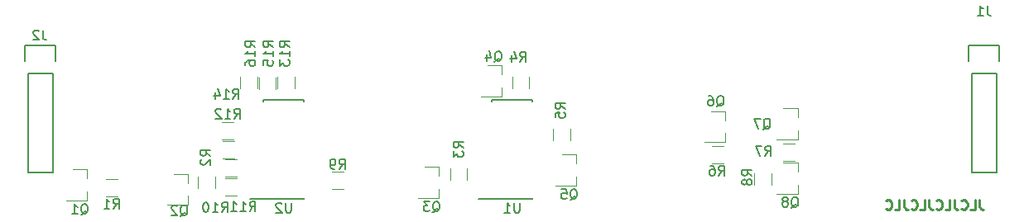
<source format=gbo>
%TF.GenerationSoftware,KiCad,Pcbnew,(5.1.12)-1*%
%TF.CreationDate,2021-11-29T00:54:54+03:00*%
%TF.ProjectId,lepetocontrol,6c657065-746f-4636-9f6e-74726f6c2e6b,rev?*%
%TF.SameCoordinates,Original*%
%TF.FileFunction,Legend,Bot*%
%TF.FilePolarity,Positive*%
%FSLAX46Y46*%
G04 Gerber Fmt 4.6, Leading zero omitted, Abs format (unit mm)*
G04 Created by KiCad (PCBNEW (5.1.12)-1) date 2021-11-29 00:54:54*
%MOMM*%
%LPD*%
G01*
G04 APERTURE LIST*
%ADD10C,0.250000*%
%ADD11C,0.150000*%
%ADD12C,0.120000*%
%ADD13O,2.032000X1.727200*%
%ADD14R,2.032000X1.727200*%
%ADD15R,1.300000X0.700000*%
%ADD16R,0.700000X1.300000*%
%ADD17R,1.500000X0.600000*%
%ADD18R,0.900000X0.800000*%
%ADD19O,3.000000X1.500000*%
%ADD20C,12.000000*%
G04 APERTURE END LIST*
D10*
X272589047Y-40663880D02*
X272589047Y-41378166D01*
X272636666Y-41521023D01*
X272731904Y-41616261D01*
X272874761Y-41663880D01*
X272970000Y-41663880D01*
X271636666Y-41663880D02*
X272112857Y-41663880D01*
X272112857Y-40663880D01*
X270731904Y-41568642D02*
X270779523Y-41616261D01*
X270922380Y-41663880D01*
X271017619Y-41663880D01*
X271160476Y-41616261D01*
X271255714Y-41521023D01*
X271303333Y-41425785D01*
X271350952Y-41235309D01*
X271350952Y-41092452D01*
X271303333Y-40901976D01*
X271255714Y-40806738D01*
X271160476Y-40711500D01*
X271017619Y-40663880D01*
X270922380Y-40663880D01*
X270779523Y-40711500D01*
X270731904Y-40759119D01*
X270017619Y-40663880D02*
X270017619Y-41378166D01*
X270065238Y-41521023D01*
X270160476Y-41616261D01*
X270303333Y-41663880D01*
X270398571Y-41663880D01*
X269065238Y-41663880D02*
X269541428Y-41663880D01*
X269541428Y-40663880D01*
X268160476Y-41568642D02*
X268208095Y-41616261D01*
X268350952Y-41663880D01*
X268446190Y-41663880D01*
X268589047Y-41616261D01*
X268684285Y-41521023D01*
X268731904Y-41425785D01*
X268779523Y-41235309D01*
X268779523Y-41092452D01*
X268731904Y-40901976D01*
X268684285Y-40806738D01*
X268589047Y-40711500D01*
X268446190Y-40663880D01*
X268350952Y-40663880D01*
X268208095Y-40711500D01*
X268160476Y-40759119D01*
X267446190Y-40663880D02*
X267446190Y-41378166D01*
X267493809Y-41521023D01*
X267589047Y-41616261D01*
X267731904Y-41663880D01*
X267827142Y-41663880D01*
X266493809Y-41663880D02*
X266970000Y-41663880D01*
X266970000Y-40663880D01*
X265589047Y-41568642D02*
X265636666Y-41616261D01*
X265779523Y-41663880D01*
X265874761Y-41663880D01*
X266017619Y-41616261D01*
X266112857Y-41521023D01*
X266160476Y-41425785D01*
X266208095Y-41235309D01*
X266208095Y-41092452D01*
X266160476Y-40901976D01*
X266112857Y-40806738D01*
X266017619Y-40711500D01*
X265874761Y-40663880D01*
X265779523Y-40663880D01*
X265636666Y-40711500D01*
X265589047Y-40759119D01*
X264874761Y-40663880D02*
X264874761Y-41378166D01*
X264922380Y-41521023D01*
X265017619Y-41616261D01*
X265160476Y-41663880D01*
X265255714Y-41663880D01*
X263922380Y-41663880D02*
X264398571Y-41663880D01*
X264398571Y-40663880D01*
X263017619Y-41568642D02*
X263065238Y-41616261D01*
X263208095Y-41663880D01*
X263303333Y-41663880D01*
X263446190Y-41616261D01*
X263541428Y-41521023D01*
X263589047Y-41425785D01*
X263636666Y-41235309D01*
X263636666Y-41092452D01*
X263589047Y-40901976D01*
X263541428Y-40806738D01*
X263446190Y-40711500D01*
X263303333Y-40663880D01*
X263208095Y-40663880D01*
X263065238Y-40711500D01*
X263017619Y-40759119D01*
D11*
X175260000Y-27686000D02*
X177800000Y-27686000D01*
X177800000Y-37846000D02*
X177800000Y-27686000D01*
X175260000Y-37846000D02*
X177800000Y-37846000D01*
X175260000Y-27686000D02*
X175260000Y-37846000D01*
X174980000Y-24866000D02*
X174980000Y-26416000D01*
X178080000Y-24866000D02*
X174980000Y-24866000D01*
X178080000Y-26416000D02*
X178080000Y-24866000D01*
X271780000Y-27686000D02*
X274320000Y-27686000D01*
X274320000Y-37846000D02*
X274320000Y-27686000D01*
X271780000Y-37846000D02*
X274320000Y-37846000D01*
X271780000Y-27686000D02*
X271780000Y-37846000D01*
X271500000Y-24866000D02*
X271500000Y-26416000D01*
X274600000Y-24866000D02*
X271500000Y-24866000D01*
X274600000Y-26416000D02*
X274600000Y-24866000D01*
D12*
X200643000Y-29331000D02*
X200643000Y-28131000D01*
X198883000Y-28131000D02*
X198883000Y-29331000D01*
X202548000Y-29270000D02*
X202548000Y-28070000D01*
X200788000Y-28070000D02*
X200788000Y-29270000D01*
X196622000Y-36553000D02*
X195422000Y-36553000D01*
X195422000Y-38313000D02*
X196622000Y-38313000D01*
D11*
X199372000Y-40578000D02*
X197997000Y-40578000D01*
X199372000Y-30453000D02*
X203522000Y-30453000D01*
X199372000Y-40603000D02*
X203522000Y-40603000D01*
X199372000Y-30453000D02*
X199372000Y-30558000D01*
X203522000Y-30453000D02*
X203522000Y-30558000D01*
X203522000Y-40603000D02*
X203522000Y-40498000D01*
X199372000Y-40603000D02*
X199372000Y-40578000D01*
X222740000Y-40578000D02*
X221365000Y-40578000D01*
X222740000Y-30453000D02*
X226890000Y-30453000D01*
X222740000Y-40603000D02*
X226890000Y-40603000D01*
X222740000Y-30453000D02*
X222740000Y-30558000D01*
X226890000Y-30453000D02*
X226890000Y-30558000D01*
X226890000Y-40603000D02*
X226890000Y-40498000D01*
X222740000Y-40603000D02*
X222740000Y-40578000D01*
D12*
X251316000Y-39115001D02*
X251316000Y-37915001D01*
X249556000Y-37915001D02*
X249556000Y-39115001D01*
X230742000Y-34604000D02*
X230742000Y-33404000D01*
X228982000Y-33404000D02*
X228982000Y-34604000D01*
X224791000Y-28009001D02*
X224791000Y-29209001D01*
X226551000Y-29209001D02*
X226551000Y-28009001D01*
X198738000Y-29209000D02*
X198738000Y-28009000D01*
X196978000Y-28009000D02*
X196978000Y-29209000D01*
X196622000Y-38458000D02*
X195422000Y-38458000D01*
X195422000Y-40218000D02*
X196622000Y-40218000D01*
X253703000Y-34902000D02*
X252503000Y-34902000D01*
X252503000Y-36662000D02*
X253703000Y-36662000D01*
X246403001Y-35156000D02*
X245203001Y-35156000D01*
X245203001Y-36916000D02*
X246403001Y-36916000D01*
X218441000Y-37468000D02*
X218441000Y-38668000D01*
X220201000Y-38668000D02*
X220201000Y-37468000D01*
X192668000Y-38296000D02*
X192668000Y-39496000D01*
X194428000Y-39496000D02*
X194428000Y-38296000D01*
X183222000Y-40345000D02*
X184422000Y-40345000D01*
X184422000Y-38585000D02*
X183222000Y-38585000D01*
X206341001Y-39583000D02*
X207541001Y-39583000D01*
X207541001Y-37823000D02*
X206341001Y-37823000D01*
X196299000Y-32743000D02*
X195099000Y-32743000D01*
X195099000Y-34503000D02*
X196299000Y-34503000D01*
X196360000Y-34648000D02*
X195160000Y-34648000D01*
X195160000Y-36408000D02*
X196360000Y-36408000D01*
X181330000Y-37570000D02*
X179870000Y-37570000D01*
X181330000Y-40730000D02*
X179170000Y-40730000D01*
X181330000Y-40730000D02*
X181330000Y-39800000D01*
X181330000Y-37570000D02*
X181330000Y-38500000D01*
X223748000Y-26897000D02*
X222288000Y-26897000D01*
X223748000Y-30057000D02*
X221588000Y-30057000D01*
X223748000Y-30057000D02*
X223748000Y-29127000D01*
X223748000Y-26897000D02*
X223748000Y-27827000D01*
X191641000Y-38012000D02*
X190181000Y-38012000D01*
X191641000Y-41172000D02*
X189481000Y-41172000D01*
X191641000Y-41172000D02*
X191641000Y-40242000D01*
X191641000Y-38012000D02*
X191641000Y-38942000D01*
X253990000Y-36869000D02*
X252530000Y-36869000D01*
X253990000Y-40029000D02*
X251830000Y-40029000D01*
X253990000Y-40029000D02*
X253990000Y-39099000D01*
X253990000Y-36869000D02*
X253990000Y-37799000D01*
X246608000Y-31596000D02*
X245148000Y-31596000D01*
X246608000Y-34756000D02*
X244448000Y-34756000D01*
X246608000Y-34756000D02*
X246608000Y-33826000D01*
X246608000Y-31596000D02*
X246608000Y-32526000D01*
X253990000Y-31281000D02*
X252530000Y-31281000D01*
X253990000Y-34441000D02*
X251830000Y-34441000D01*
X253990000Y-34441000D02*
X253990000Y-33511000D01*
X253990000Y-31281000D02*
X253990000Y-32211000D01*
X231368000Y-36046000D02*
X229908000Y-36046000D01*
X231368000Y-39206000D02*
X229208000Y-39206000D01*
X231368000Y-39206000D02*
X231368000Y-38276000D01*
X231368000Y-36046000D02*
X231368000Y-36976000D01*
X217303000Y-37316000D02*
X215843000Y-37316000D01*
X217303000Y-40476000D02*
X215143000Y-40476000D01*
X217303000Y-40476000D02*
X217303000Y-39546000D01*
X217303000Y-37316000D02*
X217303000Y-38246000D01*
D11*
X176799833Y-23264880D02*
X176799833Y-23979166D01*
X176847452Y-24122023D01*
X176942690Y-24217261D01*
X177085547Y-24264880D01*
X177180785Y-24264880D01*
X176371261Y-23360119D02*
X176323642Y-23312500D01*
X176228404Y-23264880D01*
X175990309Y-23264880D01*
X175895071Y-23312500D01*
X175847452Y-23360119D01*
X175799833Y-23455357D01*
X175799833Y-23550595D01*
X175847452Y-23693452D01*
X176418880Y-24264880D01*
X175799833Y-24264880D01*
X273383333Y-20768380D02*
X273383333Y-21482666D01*
X273430952Y-21625523D01*
X273526190Y-21720761D01*
X273669047Y-21768380D01*
X273764285Y-21768380D01*
X272383333Y-21768380D02*
X272954761Y-21768380D01*
X272669047Y-21768380D02*
X272669047Y-20768380D01*
X272764285Y-20911238D01*
X272859523Y-21006476D01*
X272954761Y-21054095D01*
X200350380Y-25011142D02*
X199874190Y-24677809D01*
X200350380Y-24439714D02*
X199350380Y-24439714D01*
X199350380Y-24820666D01*
X199398000Y-24915904D01*
X199445619Y-24963523D01*
X199540857Y-25011142D01*
X199683714Y-25011142D01*
X199778952Y-24963523D01*
X199826571Y-24915904D01*
X199874190Y-24820666D01*
X199874190Y-24439714D01*
X200350380Y-25963523D02*
X200350380Y-25392095D01*
X200350380Y-25677809D02*
X199350380Y-25677809D01*
X199493238Y-25582571D01*
X199588476Y-25487333D01*
X199636095Y-25392095D01*
X199350380Y-26868285D02*
X199350380Y-26392095D01*
X199826571Y-26344476D01*
X199778952Y-26392095D01*
X199731333Y-26487333D01*
X199731333Y-26725428D01*
X199778952Y-26820666D01*
X199826571Y-26868285D01*
X199921809Y-26915904D01*
X200159904Y-26915904D01*
X200255142Y-26868285D01*
X200302761Y-26820666D01*
X200350380Y-26725428D01*
X200350380Y-26487333D01*
X200302761Y-26392095D01*
X200255142Y-26344476D01*
X202001380Y-25011142D02*
X201525190Y-24677809D01*
X202001380Y-24439714D02*
X201001380Y-24439714D01*
X201001380Y-24820666D01*
X201049000Y-24915904D01*
X201096619Y-24963523D01*
X201191857Y-25011142D01*
X201334714Y-25011142D01*
X201429952Y-24963523D01*
X201477571Y-24915904D01*
X201525190Y-24820666D01*
X201525190Y-24439714D01*
X202001380Y-25963523D02*
X202001380Y-25392095D01*
X202001380Y-25677809D02*
X201001380Y-25677809D01*
X201144238Y-25582571D01*
X201239476Y-25487333D01*
X201287095Y-25392095D01*
X201001380Y-26296857D02*
X201001380Y-26915904D01*
X201382333Y-26582571D01*
X201382333Y-26725428D01*
X201429952Y-26820666D01*
X201477571Y-26868285D01*
X201572809Y-26915904D01*
X201810904Y-26915904D01*
X201906142Y-26868285D01*
X201953761Y-26820666D01*
X202001380Y-26725428D01*
X202001380Y-26439714D01*
X201953761Y-26344476D01*
X201906142Y-26296857D01*
X197937357Y-41854380D02*
X198270690Y-41378190D01*
X198508785Y-41854380D02*
X198508785Y-40854380D01*
X198127833Y-40854380D01*
X198032595Y-40902000D01*
X197984976Y-40949619D01*
X197937357Y-41044857D01*
X197937357Y-41187714D01*
X197984976Y-41282952D01*
X198032595Y-41330571D01*
X198127833Y-41378190D01*
X198508785Y-41378190D01*
X196984976Y-41854380D02*
X197556404Y-41854380D01*
X197270690Y-41854380D02*
X197270690Y-40854380D01*
X197365928Y-40997238D01*
X197461166Y-41092476D01*
X197556404Y-41140095D01*
X196032595Y-41854380D02*
X196604023Y-41854380D01*
X196318309Y-41854380D02*
X196318309Y-40854380D01*
X196413547Y-40997238D01*
X196508785Y-41092476D01*
X196604023Y-41140095D01*
X202208904Y-40980380D02*
X202208904Y-41789904D01*
X202161285Y-41885142D01*
X202113666Y-41932761D01*
X202018428Y-41980380D01*
X201827952Y-41980380D01*
X201732714Y-41932761D01*
X201685095Y-41885142D01*
X201637476Y-41789904D01*
X201637476Y-40980380D01*
X201208904Y-41075619D02*
X201161285Y-41028000D01*
X201066047Y-40980380D01*
X200827952Y-40980380D01*
X200732714Y-41028000D01*
X200685095Y-41075619D01*
X200637476Y-41170857D01*
X200637476Y-41266095D01*
X200685095Y-41408952D01*
X201256523Y-41980380D01*
X200637476Y-41980380D01*
X225576904Y-40980380D02*
X225576904Y-41789904D01*
X225529285Y-41885142D01*
X225481666Y-41932761D01*
X225386428Y-41980380D01*
X225195952Y-41980380D01*
X225100714Y-41932761D01*
X225053095Y-41885142D01*
X225005476Y-41789904D01*
X225005476Y-40980380D01*
X224005476Y-41980380D02*
X224576904Y-41980380D01*
X224291190Y-41980380D02*
X224291190Y-40980380D01*
X224386428Y-41123238D01*
X224481666Y-41218476D01*
X224576904Y-41266095D01*
X249308880Y-38187333D02*
X248832690Y-37854000D01*
X249308880Y-37615904D02*
X248308880Y-37615904D01*
X248308880Y-37996857D01*
X248356500Y-38092095D01*
X248404119Y-38139714D01*
X248499357Y-38187333D01*
X248642214Y-38187333D01*
X248737452Y-38139714D01*
X248785071Y-38092095D01*
X248832690Y-37996857D01*
X248832690Y-37615904D01*
X248737452Y-38758761D02*
X248689833Y-38663523D01*
X248642214Y-38615904D01*
X248546976Y-38568285D01*
X248499357Y-38568285D01*
X248404119Y-38615904D01*
X248356500Y-38663523D01*
X248308880Y-38758761D01*
X248308880Y-38949238D01*
X248356500Y-39044476D01*
X248404119Y-39092095D01*
X248499357Y-39139714D01*
X248546976Y-39139714D01*
X248642214Y-39092095D01*
X248689833Y-39044476D01*
X248737452Y-38949238D01*
X248737452Y-38758761D01*
X248785071Y-38663523D01*
X248832690Y-38615904D01*
X248927928Y-38568285D01*
X249118404Y-38568285D01*
X249213642Y-38615904D01*
X249261261Y-38663523D01*
X249308880Y-38758761D01*
X249308880Y-38949238D01*
X249261261Y-39044476D01*
X249213642Y-39092095D01*
X249118404Y-39139714D01*
X248927928Y-39139714D01*
X248832690Y-39092095D01*
X248785071Y-39044476D01*
X248737452Y-38949238D01*
X230195380Y-31329333D02*
X229719190Y-30996000D01*
X230195380Y-30757904D02*
X229195380Y-30757904D01*
X229195380Y-31138857D01*
X229243000Y-31234095D01*
X229290619Y-31281714D01*
X229385857Y-31329333D01*
X229528714Y-31329333D01*
X229623952Y-31281714D01*
X229671571Y-31234095D01*
X229719190Y-31138857D01*
X229719190Y-30757904D01*
X229195380Y-32234095D02*
X229195380Y-31757904D01*
X229671571Y-31710285D01*
X229623952Y-31757904D01*
X229576333Y-31853142D01*
X229576333Y-32091238D01*
X229623952Y-32186476D01*
X229671571Y-32234095D01*
X229766809Y-32281714D01*
X230004904Y-32281714D01*
X230100142Y-32234095D01*
X230147761Y-32186476D01*
X230195380Y-32091238D01*
X230195380Y-31853142D01*
X230147761Y-31757904D01*
X230100142Y-31710285D01*
X225591666Y-26487380D02*
X225925000Y-26011190D01*
X226163095Y-26487380D02*
X226163095Y-25487380D01*
X225782142Y-25487380D01*
X225686904Y-25535000D01*
X225639285Y-25582619D01*
X225591666Y-25677857D01*
X225591666Y-25820714D01*
X225639285Y-25915952D01*
X225686904Y-25963571D01*
X225782142Y-26011190D01*
X226163095Y-26011190D01*
X224734523Y-25820714D02*
X224734523Y-26487380D01*
X224972619Y-25439761D02*
X225210714Y-26154047D01*
X224591666Y-26154047D01*
X198508880Y-25011142D02*
X198032690Y-24677809D01*
X198508880Y-24439714D02*
X197508880Y-24439714D01*
X197508880Y-24820666D01*
X197556500Y-24915904D01*
X197604119Y-24963523D01*
X197699357Y-25011142D01*
X197842214Y-25011142D01*
X197937452Y-24963523D01*
X197985071Y-24915904D01*
X198032690Y-24820666D01*
X198032690Y-24439714D01*
X198508880Y-25963523D02*
X198508880Y-25392095D01*
X198508880Y-25677809D02*
X197508880Y-25677809D01*
X197651738Y-25582571D01*
X197746976Y-25487333D01*
X197794595Y-25392095D01*
X197508880Y-26820666D02*
X197508880Y-26630190D01*
X197556500Y-26534952D01*
X197604119Y-26487333D01*
X197746976Y-26392095D01*
X197937452Y-26344476D01*
X198318404Y-26344476D01*
X198413642Y-26392095D01*
X198461261Y-26439714D01*
X198508880Y-26534952D01*
X198508880Y-26725428D01*
X198461261Y-26820666D01*
X198413642Y-26868285D01*
X198318404Y-26915904D01*
X198080309Y-26915904D01*
X197985071Y-26868285D01*
X197937452Y-26820666D01*
X197889833Y-26725428D01*
X197889833Y-26534952D01*
X197937452Y-26439714D01*
X197985071Y-26392095D01*
X198080309Y-26344476D01*
X195079857Y-41917880D02*
X195413190Y-41441690D01*
X195651285Y-41917880D02*
X195651285Y-40917880D01*
X195270333Y-40917880D01*
X195175095Y-40965500D01*
X195127476Y-41013119D01*
X195079857Y-41108357D01*
X195079857Y-41251214D01*
X195127476Y-41346452D01*
X195175095Y-41394071D01*
X195270333Y-41441690D01*
X195651285Y-41441690D01*
X194127476Y-41917880D02*
X194698904Y-41917880D01*
X194413190Y-41917880D02*
X194413190Y-40917880D01*
X194508428Y-41060738D01*
X194603666Y-41155976D01*
X194698904Y-41203595D01*
X193508428Y-40917880D02*
X193413190Y-40917880D01*
X193317952Y-40965500D01*
X193270333Y-41013119D01*
X193222714Y-41108357D01*
X193175095Y-41298833D01*
X193175095Y-41536928D01*
X193222714Y-41727404D01*
X193270333Y-41822642D01*
X193317952Y-41870261D01*
X193413190Y-41917880D01*
X193508428Y-41917880D01*
X193603666Y-41870261D01*
X193651285Y-41822642D01*
X193698904Y-41727404D01*
X193746523Y-41536928D01*
X193746523Y-41298833D01*
X193698904Y-41108357D01*
X193651285Y-41013119D01*
X193603666Y-40965500D01*
X193508428Y-40917880D01*
X250674166Y-36139380D02*
X251007500Y-35663190D01*
X251245595Y-36139380D02*
X251245595Y-35139380D01*
X250864642Y-35139380D01*
X250769404Y-35187000D01*
X250721785Y-35234619D01*
X250674166Y-35329857D01*
X250674166Y-35472714D01*
X250721785Y-35567952D01*
X250769404Y-35615571D01*
X250864642Y-35663190D01*
X251245595Y-35663190D01*
X250340833Y-35139380D02*
X249674166Y-35139380D01*
X250102738Y-36139380D01*
X245911666Y-38171380D02*
X246245000Y-37695190D01*
X246483095Y-38171380D02*
X246483095Y-37171380D01*
X246102142Y-37171380D01*
X246006904Y-37219000D01*
X245959285Y-37266619D01*
X245911666Y-37361857D01*
X245911666Y-37504714D01*
X245959285Y-37599952D01*
X246006904Y-37647571D01*
X246102142Y-37695190D01*
X246483095Y-37695190D01*
X245054523Y-37171380D02*
X245245000Y-37171380D01*
X245340238Y-37219000D01*
X245387857Y-37266619D01*
X245483095Y-37409476D01*
X245530714Y-37599952D01*
X245530714Y-37980904D01*
X245483095Y-38076142D01*
X245435476Y-38123761D01*
X245340238Y-38171380D01*
X245149761Y-38171380D01*
X245054523Y-38123761D01*
X245006904Y-38076142D01*
X244959285Y-37980904D01*
X244959285Y-37742809D01*
X245006904Y-37647571D01*
X245054523Y-37599952D01*
X245149761Y-37552333D01*
X245340238Y-37552333D01*
X245435476Y-37599952D01*
X245483095Y-37647571D01*
X245530714Y-37742809D01*
X219781380Y-35329833D02*
X219305190Y-34996500D01*
X219781380Y-34758404D02*
X218781380Y-34758404D01*
X218781380Y-35139357D01*
X218829000Y-35234595D01*
X218876619Y-35282214D01*
X218971857Y-35329833D01*
X219114714Y-35329833D01*
X219209952Y-35282214D01*
X219257571Y-35234595D01*
X219305190Y-35139357D01*
X219305190Y-34758404D01*
X218781380Y-35663166D02*
X218781380Y-36282214D01*
X219162333Y-35948880D01*
X219162333Y-36091738D01*
X219209952Y-36186976D01*
X219257571Y-36234595D01*
X219352809Y-36282214D01*
X219590904Y-36282214D01*
X219686142Y-36234595D01*
X219733761Y-36186976D01*
X219781380Y-36091738D01*
X219781380Y-35806023D01*
X219733761Y-35710785D01*
X219686142Y-35663166D01*
X193936880Y-36155333D02*
X193460690Y-35822000D01*
X193936880Y-35583904D02*
X192936880Y-35583904D01*
X192936880Y-35964857D01*
X192984500Y-36060095D01*
X193032119Y-36107714D01*
X193127357Y-36155333D01*
X193270214Y-36155333D01*
X193365452Y-36107714D01*
X193413071Y-36060095D01*
X193460690Y-35964857D01*
X193460690Y-35583904D01*
X193032119Y-36536285D02*
X192984500Y-36583904D01*
X192936880Y-36679142D01*
X192936880Y-36917238D01*
X192984500Y-37012476D01*
X193032119Y-37060095D01*
X193127357Y-37107714D01*
X193222595Y-37107714D01*
X193365452Y-37060095D01*
X193936880Y-36488666D01*
X193936880Y-37107714D01*
X183988666Y-41567380D02*
X184322000Y-41091190D01*
X184560095Y-41567380D02*
X184560095Y-40567380D01*
X184179142Y-40567380D01*
X184083904Y-40615000D01*
X184036285Y-40662619D01*
X183988666Y-40757857D01*
X183988666Y-40900714D01*
X184036285Y-40995952D01*
X184083904Y-41043571D01*
X184179142Y-41091190D01*
X184560095Y-41091190D01*
X183036285Y-41567380D02*
X183607714Y-41567380D01*
X183322000Y-41567380D02*
X183322000Y-40567380D01*
X183417238Y-40710238D01*
X183512476Y-40805476D01*
X183607714Y-40853095D01*
X207107667Y-37505380D02*
X207441001Y-37029190D01*
X207679096Y-37505380D02*
X207679096Y-36505380D01*
X207298143Y-36505380D01*
X207202905Y-36553000D01*
X207155286Y-36600619D01*
X207107667Y-36695857D01*
X207107667Y-36838714D01*
X207155286Y-36933952D01*
X207202905Y-36981571D01*
X207298143Y-37029190D01*
X207679096Y-37029190D01*
X206631477Y-37505380D02*
X206441001Y-37505380D01*
X206345762Y-37457761D01*
X206298143Y-37410142D01*
X206202905Y-37267285D01*
X206155286Y-37076809D01*
X206155286Y-36695857D01*
X206202905Y-36600619D01*
X206250524Y-36553000D01*
X206345762Y-36505380D01*
X206536239Y-36505380D01*
X206631477Y-36553000D01*
X206679096Y-36600619D01*
X206726715Y-36695857D01*
X206726715Y-36933952D01*
X206679096Y-37029190D01*
X206631477Y-37076809D01*
X206536239Y-37124428D01*
X206345762Y-37124428D01*
X206250524Y-37076809D01*
X206202905Y-37029190D01*
X206155286Y-36933952D01*
X196222857Y-30297380D02*
X196556190Y-29821190D01*
X196794285Y-30297380D02*
X196794285Y-29297380D01*
X196413333Y-29297380D01*
X196318095Y-29345000D01*
X196270476Y-29392619D01*
X196222857Y-29487857D01*
X196222857Y-29630714D01*
X196270476Y-29725952D01*
X196318095Y-29773571D01*
X196413333Y-29821190D01*
X196794285Y-29821190D01*
X195270476Y-30297380D02*
X195841904Y-30297380D01*
X195556190Y-30297380D02*
X195556190Y-29297380D01*
X195651428Y-29440238D01*
X195746666Y-29535476D01*
X195841904Y-29583095D01*
X194413333Y-29630714D02*
X194413333Y-30297380D01*
X194651428Y-29249761D02*
X194889523Y-29964047D01*
X194270476Y-29964047D01*
X196349857Y-32329380D02*
X196683190Y-31853190D01*
X196921285Y-32329380D02*
X196921285Y-31329380D01*
X196540333Y-31329380D01*
X196445095Y-31377000D01*
X196397476Y-31424619D01*
X196349857Y-31519857D01*
X196349857Y-31662714D01*
X196397476Y-31757952D01*
X196445095Y-31805571D01*
X196540333Y-31853190D01*
X196921285Y-31853190D01*
X195397476Y-32329380D02*
X195968904Y-32329380D01*
X195683190Y-32329380D02*
X195683190Y-31329380D01*
X195778428Y-31472238D01*
X195873666Y-31567476D01*
X195968904Y-31615095D01*
X195016523Y-31424619D02*
X194968904Y-31377000D01*
X194873666Y-31329380D01*
X194635571Y-31329380D01*
X194540333Y-31377000D01*
X194492714Y-31424619D01*
X194445095Y-31519857D01*
X194445095Y-31615095D01*
X194492714Y-31757952D01*
X195064142Y-32329380D01*
X194445095Y-32329380D01*
X180665238Y-42197619D02*
X180760476Y-42150000D01*
X180855714Y-42054761D01*
X180998571Y-41911904D01*
X181093809Y-41864285D01*
X181189047Y-41864285D01*
X181141428Y-42102380D02*
X181236666Y-42054761D01*
X181331904Y-41959523D01*
X181379523Y-41769047D01*
X181379523Y-41435714D01*
X181331904Y-41245238D01*
X181236666Y-41150000D01*
X181141428Y-41102380D01*
X180950952Y-41102380D01*
X180855714Y-41150000D01*
X180760476Y-41245238D01*
X180712857Y-41435714D01*
X180712857Y-41769047D01*
X180760476Y-41959523D01*
X180855714Y-42054761D01*
X180950952Y-42102380D01*
X181141428Y-42102380D01*
X179760476Y-42102380D02*
X180331904Y-42102380D01*
X180046190Y-42102380D02*
X180046190Y-41102380D01*
X180141428Y-41245238D01*
X180236666Y-41340476D01*
X180331904Y-41388095D01*
X222980238Y-26519119D02*
X223075476Y-26471500D01*
X223170714Y-26376261D01*
X223313571Y-26233404D01*
X223408809Y-26185785D01*
X223504047Y-26185785D01*
X223456428Y-26423880D02*
X223551666Y-26376261D01*
X223646904Y-26281023D01*
X223694523Y-26090547D01*
X223694523Y-25757214D01*
X223646904Y-25566738D01*
X223551666Y-25471500D01*
X223456428Y-25423880D01*
X223265952Y-25423880D01*
X223170714Y-25471500D01*
X223075476Y-25566738D01*
X223027857Y-25757214D01*
X223027857Y-26090547D01*
X223075476Y-26281023D01*
X223170714Y-26376261D01*
X223265952Y-26423880D01*
X223456428Y-26423880D01*
X222170714Y-25757214D02*
X222170714Y-26423880D01*
X222408809Y-25376261D02*
X222646904Y-26090547D01*
X222027857Y-26090547D01*
X190849238Y-42330619D02*
X190944476Y-42283000D01*
X191039714Y-42187761D01*
X191182571Y-42044904D01*
X191277809Y-41997285D01*
X191373047Y-41997285D01*
X191325428Y-42235380D02*
X191420666Y-42187761D01*
X191515904Y-42092523D01*
X191563523Y-41902047D01*
X191563523Y-41568714D01*
X191515904Y-41378238D01*
X191420666Y-41283000D01*
X191325428Y-41235380D01*
X191134952Y-41235380D01*
X191039714Y-41283000D01*
X190944476Y-41378238D01*
X190896857Y-41568714D01*
X190896857Y-41902047D01*
X190944476Y-42092523D01*
X191039714Y-42187761D01*
X191134952Y-42235380D01*
X191325428Y-42235380D01*
X190515904Y-41330619D02*
X190468285Y-41283000D01*
X190373047Y-41235380D01*
X190134952Y-41235380D01*
X190039714Y-41283000D01*
X189992095Y-41330619D01*
X189944476Y-41425857D01*
X189944476Y-41521095D01*
X189992095Y-41663952D01*
X190563523Y-42235380D01*
X189944476Y-42235380D01*
X253325238Y-41496619D02*
X253420476Y-41449000D01*
X253515714Y-41353761D01*
X253658571Y-41210904D01*
X253753809Y-41163285D01*
X253849047Y-41163285D01*
X253801428Y-41401380D02*
X253896666Y-41353761D01*
X253991904Y-41258523D01*
X254039523Y-41068047D01*
X254039523Y-40734714D01*
X253991904Y-40544238D01*
X253896666Y-40449000D01*
X253801428Y-40401380D01*
X253610952Y-40401380D01*
X253515714Y-40449000D01*
X253420476Y-40544238D01*
X253372857Y-40734714D01*
X253372857Y-41068047D01*
X253420476Y-41258523D01*
X253515714Y-41353761D01*
X253610952Y-41401380D01*
X253801428Y-41401380D01*
X252801428Y-40829952D02*
X252896666Y-40782333D01*
X252944285Y-40734714D01*
X252991904Y-40639476D01*
X252991904Y-40591857D01*
X252944285Y-40496619D01*
X252896666Y-40449000D01*
X252801428Y-40401380D01*
X252610952Y-40401380D01*
X252515714Y-40449000D01*
X252468095Y-40496619D01*
X252420476Y-40591857D01*
X252420476Y-40639476D01*
X252468095Y-40734714D01*
X252515714Y-40782333D01*
X252610952Y-40829952D01*
X252801428Y-40829952D01*
X252896666Y-40877571D01*
X252944285Y-40925190D01*
X252991904Y-41020428D01*
X252991904Y-41210904D01*
X252944285Y-41306142D01*
X252896666Y-41353761D01*
X252801428Y-41401380D01*
X252610952Y-41401380D01*
X252515714Y-41353761D01*
X252468095Y-41306142D01*
X252420476Y-41210904D01*
X252420476Y-41020428D01*
X252468095Y-40925190D01*
X252515714Y-40877571D01*
X252610952Y-40829952D01*
X245713238Y-31091119D02*
X245808476Y-31043500D01*
X245903714Y-30948261D01*
X246046571Y-30805404D01*
X246141809Y-30757785D01*
X246237047Y-30757785D01*
X246189428Y-30995880D02*
X246284666Y-30948261D01*
X246379904Y-30853023D01*
X246427523Y-30662547D01*
X246427523Y-30329214D01*
X246379904Y-30138738D01*
X246284666Y-30043500D01*
X246189428Y-29995880D01*
X245998952Y-29995880D01*
X245903714Y-30043500D01*
X245808476Y-30138738D01*
X245760857Y-30329214D01*
X245760857Y-30662547D01*
X245808476Y-30853023D01*
X245903714Y-30948261D01*
X245998952Y-30995880D01*
X246189428Y-30995880D01*
X244903714Y-29995880D02*
X245094190Y-29995880D01*
X245189428Y-30043500D01*
X245237047Y-30091119D01*
X245332285Y-30233976D01*
X245379904Y-30424452D01*
X245379904Y-30805404D01*
X245332285Y-30900642D01*
X245284666Y-30948261D01*
X245189428Y-30995880D01*
X244998952Y-30995880D01*
X244903714Y-30948261D01*
X244856095Y-30900642D01*
X244808476Y-30805404D01*
X244808476Y-30567309D01*
X244856095Y-30472071D01*
X244903714Y-30424452D01*
X244998952Y-30376833D01*
X245189428Y-30376833D01*
X245284666Y-30424452D01*
X245332285Y-30472071D01*
X245379904Y-30567309D01*
X250475738Y-33440619D02*
X250570976Y-33393000D01*
X250666214Y-33297761D01*
X250809071Y-33154904D01*
X250904309Y-33107285D01*
X250999547Y-33107285D01*
X250951928Y-33345380D02*
X251047166Y-33297761D01*
X251142404Y-33202523D01*
X251190023Y-33012047D01*
X251190023Y-32678714D01*
X251142404Y-32488238D01*
X251047166Y-32393000D01*
X250951928Y-32345380D01*
X250761452Y-32345380D01*
X250666214Y-32393000D01*
X250570976Y-32488238D01*
X250523357Y-32678714D01*
X250523357Y-33012047D01*
X250570976Y-33202523D01*
X250666214Y-33297761D01*
X250761452Y-33345380D01*
X250951928Y-33345380D01*
X250190023Y-32345380D02*
X249523357Y-32345380D01*
X249951928Y-33345380D01*
X230703238Y-40673619D02*
X230798476Y-40626000D01*
X230893714Y-40530761D01*
X231036571Y-40387904D01*
X231131809Y-40340285D01*
X231227047Y-40340285D01*
X231179428Y-40578380D02*
X231274666Y-40530761D01*
X231369904Y-40435523D01*
X231417523Y-40245047D01*
X231417523Y-39911714D01*
X231369904Y-39721238D01*
X231274666Y-39626000D01*
X231179428Y-39578380D01*
X230988952Y-39578380D01*
X230893714Y-39626000D01*
X230798476Y-39721238D01*
X230750857Y-39911714D01*
X230750857Y-40245047D01*
X230798476Y-40435523D01*
X230893714Y-40530761D01*
X230988952Y-40578380D01*
X231179428Y-40578380D01*
X229846095Y-39578380D02*
X230322285Y-39578380D01*
X230369904Y-40054571D01*
X230322285Y-40006952D01*
X230227047Y-39959333D01*
X229988952Y-39959333D01*
X229893714Y-40006952D01*
X229846095Y-40054571D01*
X229798476Y-40149809D01*
X229798476Y-40387904D01*
X229846095Y-40483142D01*
X229893714Y-40530761D01*
X229988952Y-40578380D01*
X230227047Y-40578380D01*
X230322285Y-40530761D01*
X230369904Y-40483142D01*
X216638238Y-41943619D02*
X216733476Y-41896000D01*
X216828714Y-41800761D01*
X216971571Y-41657904D01*
X217066809Y-41610285D01*
X217162047Y-41610285D01*
X217114428Y-41848380D02*
X217209666Y-41800761D01*
X217304904Y-41705523D01*
X217352523Y-41515047D01*
X217352523Y-41181714D01*
X217304904Y-40991238D01*
X217209666Y-40896000D01*
X217114428Y-40848380D01*
X216923952Y-40848380D01*
X216828714Y-40896000D01*
X216733476Y-40991238D01*
X216685857Y-41181714D01*
X216685857Y-41515047D01*
X216733476Y-41705523D01*
X216828714Y-41800761D01*
X216923952Y-41848380D01*
X217114428Y-41848380D01*
X216352523Y-40848380D02*
X215733476Y-40848380D01*
X216066809Y-41229333D01*
X215923952Y-41229333D01*
X215828714Y-41276952D01*
X215781095Y-41324571D01*
X215733476Y-41419809D01*
X215733476Y-41657904D01*
X215781095Y-41753142D01*
X215828714Y-41800761D01*
X215923952Y-41848380D01*
X216209666Y-41848380D01*
X216304904Y-41800761D01*
X216352523Y-41753142D01*
%LPC*%
D13*
X176530000Y-36576000D03*
X176530000Y-34036000D03*
X176530000Y-31496000D03*
X176530000Y-28956000D03*
D14*
X176530000Y-26416000D03*
D13*
X273050000Y-36576000D03*
X273050000Y-34036000D03*
X273050000Y-31496000D03*
X273050000Y-28956000D03*
D14*
X273050000Y-26416000D03*
D15*
X199763000Y-29681000D03*
X199763000Y-27781000D03*
X201668000Y-29620000D03*
X201668000Y-27720000D03*
D16*
X196972000Y-37433000D03*
X195072000Y-37433000D03*
D17*
X204147000Y-39973000D03*
X204147000Y-38703000D03*
X204147000Y-37433000D03*
X204147000Y-36163000D03*
X204147000Y-34893000D03*
X204147000Y-33623000D03*
X204147000Y-32353000D03*
X204147000Y-31083000D03*
X198747000Y-31083000D03*
X198747000Y-32353000D03*
X198747000Y-33623000D03*
X198747000Y-34893000D03*
X198747000Y-36163000D03*
X198747000Y-37433000D03*
X198747000Y-38703000D03*
X198747000Y-39973000D03*
X227515000Y-39973000D03*
X227515000Y-38703000D03*
X227515000Y-37433000D03*
X227515000Y-36163000D03*
X227515000Y-34893000D03*
X227515000Y-33623000D03*
X227515000Y-32353000D03*
X227515000Y-31083000D03*
X222115000Y-31083000D03*
X222115000Y-32353000D03*
X222115000Y-33623000D03*
X222115000Y-34893000D03*
X222115000Y-36163000D03*
X222115000Y-37433000D03*
X222115000Y-38703000D03*
X222115000Y-39973000D03*
D15*
X250436000Y-37565001D03*
X250436000Y-39465001D03*
X229862000Y-33054000D03*
X229862000Y-34954000D03*
X225671000Y-29559001D03*
X225671000Y-27659001D03*
X197858000Y-29559000D03*
X197858000Y-27659000D03*
D16*
X196972000Y-39338000D03*
X195072000Y-39338000D03*
X252153000Y-35782000D03*
X254053000Y-35782000D03*
X244853001Y-36036000D03*
X246753001Y-36036000D03*
D15*
X219321000Y-39018000D03*
X219321000Y-37118000D03*
X193548000Y-39846000D03*
X193548000Y-37946000D03*
D16*
X184772000Y-39465000D03*
X182872000Y-39465000D03*
X205991001Y-38703000D03*
X207891001Y-38703000D03*
X196649000Y-33623000D03*
X194749000Y-33623000D03*
X196710000Y-35528000D03*
X194810000Y-35528000D03*
D18*
X181570000Y-39150000D03*
X179570000Y-38200000D03*
X179570000Y-40100000D03*
X223988000Y-28477000D03*
X221988000Y-27527000D03*
X221988000Y-29427000D03*
X191881000Y-39592000D03*
X189881000Y-38642000D03*
X189881000Y-40542000D03*
X254230000Y-38449000D03*
X252230000Y-37499000D03*
X252230000Y-39399000D03*
X246848000Y-33176000D03*
X244848000Y-32226000D03*
X244848000Y-34126000D03*
X254230000Y-32861000D03*
X252230000Y-31911000D03*
X252230000Y-33811000D03*
X231608000Y-37626000D03*
X229608000Y-36676000D03*
X229608000Y-38576000D03*
X217543000Y-38896000D03*
X215543000Y-37946000D03*
X215543000Y-39846000D03*
D19*
X237280000Y-39259000D03*
D20*
X237280000Y-31459000D03*
D19*
X187280000Y-39259000D03*
D20*
X187280000Y-31459000D03*
D19*
X212280000Y-39259000D03*
D20*
X212280000Y-31459000D03*
D19*
X262280000Y-39259000D03*
D20*
X262280000Y-31459000D03*
M02*

</source>
